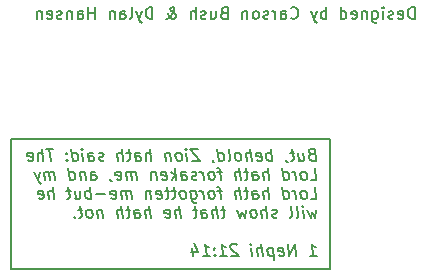
<source format=gbo>
G04 #@! TF.GenerationSoftware,KiCad,Pcbnew,7.0.8*
G04 #@! TF.CreationDate,2023-11-10T17:37:59-07:00*
G04 #@! TF.ProjectId,longmon-hatt,6c6f6e67-6d6f-46e2-9d68-6174742e6b69,rev?*
G04 #@! TF.SameCoordinates,Original*
G04 #@! TF.FileFunction,Legend,Bot*
G04 #@! TF.FilePolarity,Positive*
%FSLAX46Y46*%
G04 Gerber Fmt 4.6, Leading zero omitted, Abs format (unit mm)*
G04 Created by KiCad (PCBNEW 7.0.8) date 2023-11-10 17:37:59*
%MOMM*%
%LPD*%
G01*
G04 APERTURE LIST*
%ADD10C,0.153000*%
%ADD11C,0.150000*%
%ADD12C,3.240000*%
%ADD13C,1.524000*%
%ADD14C,3.000000*%
%ADD15C,1.540000*%
G04 APERTURE END LIST*
D10*
X188661247Y-81869663D02*
X188661247Y-80869663D01*
X188661247Y-80869663D02*
X188423152Y-80869663D01*
X188423152Y-80869663D02*
X188280295Y-80917282D01*
X188280295Y-80917282D02*
X188185057Y-81012520D01*
X188185057Y-81012520D02*
X188137438Y-81107758D01*
X188137438Y-81107758D02*
X188089819Y-81298234D01*
X188089819Y-81298234D02*
X188089819Y-81441091D01*
X188089819Y-81441091D02*
X188137438Y-81631567D01*
X188137438Y-81631567D02*
X188185057Y-81726805D01*
X188185057Y-81726805D02*
X188280295Y-81822044D01*
X188280295Y-81822044D02*
X188423152Y-81869663D01*
X188423152Y-81869663D02*
X188661247Y-81869663D01*
X187280295Y-81822044D02*
X187375533Y-81869663D01*
X187375533Y-81869663D02*
X187566009Y-81869663D01*
X187566009Y-81869663D02*
X187661247Y-81822044D01*
X187661247Y-81822044D02*
X187708866Y-81726805D01*
X187708866Y-81726805D02*
X187708866Y-81345853D01*
X187708866Y-81345853D02*
X187661247Y-81250615D01*
X187661247Y-81250615D02*
X187566009Y-81202996D01*
X187566009Y-81202996D02*
X187375533Y-81202996D01*
X187375533Y-81202996D02*
X187280295Y-81250615D01*
X187280295Y-81250615D02*
X187232676Y-81345853D01*
X187232676Y-81345853D02*
X187232676Y-81441091D01*
X187232676Y-81441091D02*
X187708866Y-81536329D01*
X186851723Y-81822044D02*
X186756485Y-81869663D01*
X186756485Y-81869663D02*
X186566009Y-81869663D01*
X186566009Y-81869663D02*
X186470771Y-81822044D01*
X186470771Y-81822044D02*
X186423152Y-81726805D01*
X186423152Y-81726805D02*
X186423152Y-81679186D01*
X186423152Y-81679186D02*
X186470771Y-81583948D01*
X186470771Y-81583948D02*
X186566009Y-81536329D01*
X186566009Y-81536329D02*
X186708866Y-81536329D01*
X186708866Y-81536329D02*
X186804104Y-81488710D01*
X186804104Y-81488710D02*
X186851723Y-81393472D01*
X186851723Y-81393472D02*
X186851723Y-81345853D01*
X186851723Y-81345853D02*
X186804104Y-81250615D01*
X186804104Y-81250615D02*
X186708866Y-81202996D01*
X186708866Y-81202996D02*
X186566009Y-81202996D01*
X186566009Y-81202996D02*
X186470771Y-81250615D01*
X185994580Y-81869663D02*
X185994580Y-81202996D01*
X185994580Y-80869663D02*
X186042199Y-80917282D01*
X186042199Y-80917282D02*
X185994580Y-80964901D01*
X185994580Y-80964901D02*
X185946961Y-80917282D01*
X185946961Y-80917282D02*
X185994580Y-80869663D01*
X185994580Y-80869663D02*
X185994580Y-80964901D01*
X185089819Y-81202996D02*
X185089819Y-82012520D01*
X185089819Y-82012520D02*
X185137438Y-82107758D01*
X185137438Y-82107758D02*
X185185057Y-82155377D01*
X185185057Y-82155377D02*
X185280295Y-82202996D01*
X185280295Y-82202996D02*
X185423152Y-82202996D01*
X185423152Y-82202996D02*
X185518390Y-82155377D01*
X185089819Y-81822044D02*
X185185057Y-81869663D01*
X185185057Y-81869663D02*
X185375533Y-81869663D01*
X185375533Y-81869663D02*
X185470771Y-81822044D01*
X185470771Y-81822044D02*
X185518390Y-81774424D01*
X185518390Y-81774424D02*
X185566009Y-81679186D01*
X185566009Y-81679186D02*
X185566009Y-81393472D01*
X185566009Y-81393472D02*
X185518390Y-81298234D01*
X185518390Y-81298234D02*
X185470771Y-81250615D01*
X185470771Y-81250615D02*
X185375533Y-81202996D01*
X185375533Y-81202996D02*
X185185057Y-81202996D01*
X185185057Y-81202996D02*
X185089819Y-81250615D01*
X184613628Y-81202996D02*
X184613628Y-81869663D01*
X184613628Y-81298234D02*
X184566009Y-81250615D01*
X184566009Y-81250615D02*
X184470771Y-81202996D01*
X184470771Y-81202996D02*
X184327914Y-81202996D01*
X184327914Y-81202996D02*
X184232676Y-81250615D01*
X184232676Y-81250615D02*
X184185057Y-81345853D01*
X184185057Y-81345853D02*
X184185057Y-81869663D01*
X183327914Y-81822044D02*
X183423152Y-81869663D01*
X183423152Y-81869663D02*
X183613628Y-81869663D01*
X183613628Y-81869663D02*
X183708866Y-81822044D01*
X183708866Y-81822044D02*
X183756485Y-81726805D01*
X183756485Y-81726805D02*
X183756485Y-81345853D01*
X183756485Y-81345853D02*
X183708866Y-81250615D01*
X183708866Y-81250615D02*
X183613628Y-81202996D01*
X183613628Y-81202996D02*
X183423152Y-81202996D01*
X183423152Y-81202996D02*
X183327914Y-81250615D01*
X183327914Y-81250615D02*
X183280295Y-81345853D01*
X183280295Y-81345853D02*
X183280295Y-81441091D01*
X183280295Y-81441091D02*
X183756485Y-81536329D01*
X182423152Y-81869663D02*
X182423152Y-80869663D01*
X182423152Y-81822044D02*
X182518390Y-81869663D01*
X182518390Y-81869663D02*
X182708866Y-81869663D01*
X182708866Y-81869663D02*
X182804104Y-81822044D01*
X182804104Y-81822044D02*
X182851723Y-81774424D01*
X182851723Y-81774424D02*
X182899342Y-81679186D01*
X182899342Y-81679186D02*
X182899342Y-81393472D01*
X182899342Y-81393472D02*
X182851723Y-81298234D01*
X182851723Y-81298234D02*
X182804104Y-81250615D01*
X182804104Y-81250615D02*
X182708866Y-81202996D01*
X182708866Y-81202996D02*
X182518390Y-81202996D01*
X182518390Y-81202996D02*
X182423152Y-81250615D01*
X181185056Y-81869663D02*
X181185056Y-80869663D01*
X181185056Y-81250615D02*
X181089818Y-81202996D01*
X181089818Y-81202996D02*
X180899342Y-81202996D01*
X180899342Y-81202996D02*
X180804104Y-81250615D01*
X180804104Y-81250615D02*
X180756485Y-81298234D01*
X180756485Y-81298234D02*
X180708866Y-81393472D01*
X180708866Y-81393472D02*
X180708866Y-81679186D01*
X180708866Y-81679186D02*
X180756485Y-81774424D01*
X180756485Y-81774424D02*
X180804104Y-81822044D01*
X180804104Y-81822044D02*
X180899342Y-81869663D01*
X180899342Y-81869663D02*
X181089818Y-81869663D01*
X181089818Y-81869663D02*
X181185056Y-81822044D01*
X180375532Y-81202996D02*
X180137437Y-81869663D01*
X179899342Y-81202996D02*
X180137437Y-81869663D01*
X180137437Y-81869663D02*
X180232675Y-82107758D01*
X180232675Y-82107758D02*
X180280294Y-82155377D01*
X180280294Y-82155377D02*
X180375532Y-82202996D01*
X178185056Y-81774424D02*
X178232675Y-81822044D01*
X178232675Y-81822044D02*
X178375532Y-81869663D01*
X178375532Y-81869663D02*
X178470770Y-81869663D01*
X178470770Y-81869663D02*
X178613627Y-81822044D01*
X178613627Y-81822044D02*
X178708865Y-81726805D01*
X178708865Y-81726805D02*
X178756484Y-81631567D01*
X178756484Y-81631567D02*
X178804103Y-81441091D01*
X178804103Y-81441091D02*
X178804103Y-81298234D01*
X178804103Y-81298234D02*
X178756484Y-81107758D01*
X178756484Y-81107758D02*
X178708865Y-81012520D01*
X178708865Y-81012520D02*
X178613627Y-80917282D01*
X178613627Y-80917282D02*
X178470770Y-80869663D01*
X178470770Y-80869663D02*
X178375532Y-80869663D01*
X178375532Y-80869663D02*
X178232675Y-80917282D01*
X178232675Y-80917282D02*
X178185056Y-80964901D01*
X177327913Y-81869663D02*
X177327913Y-81345853D01*
X177327913Y-81345853D02*
X177375532Y-81250615D01*
X177375532Y-81250615D02*
X177470770Y-81202996D01*
X177470770Y-81202996D02*
X177661246Y-81202996D01*
X177661246Y-81202996D02*
X177756484Y-81250615D01*
X177327913Y-81822044D02*
X177423151Y-81869663D01*
X177423151Y-81869663D02*
X177661246Y-81869663D01*
X177661246Y-81869663D02*
X177756484Y-81822044D01*
X177756484Y-81822044D02*
X177804103Y-81726805D01*
X177804103Y-81726805D02*
X177804103Y-81631567D01*
X177804103Y-81631567D02*
X177756484Y-81536329D01*
X177756484Y-81536329D02*
X177661246Y-81488710D01*
X177661246Y-81488710D02*
X177423151Y-81488710D01*
X177423151Y-81488710D02*
X177327913Y-81441091D01*
X176851722Y-81869663D02*
X176851722Y-81202996D01*
X176851722Y-81393472D02*
X176804103Y-81298234D01*
X176804103Y-81298234D02*
X176756484Y-81250615D01*
X176756484Y-81250615D02*
X176661246Y-81202996D01*
X176661246Y-81202996D02*
X176566008Y-81202996D01*
X176280293Y-81822044D02*
X176185055Y-81869663D01*
X176185055Y-81869663D02*
X175994579Y-81869663D01*
X175994579Y-81869663D02*
X175899341Y-81822044D01*
X175899341Y-81822044D02*
X175851722Y-81726805D01*
X175851722Y-81726805D02*
X175851722Y-81679186D01*
X175851722Y-81679186D02*
X175899341Y-81583948D01*
X175899341Y-81583948D02*
X175994579Y-81536329D01*
X175994579Y-81536329D02*
X176137436Y-81536329D01*
X176137436Y-81536329D02*
X176232674Y-81488710D01*
X176232674Y-81488710D02*
X176280293Y-81393472D01*
X176280293Y-81393472D02*
X176280293Y-81345853D01*
X176280293Y-81345853D02*
X176232674Y-81250615D01*
X176232674Y-81250615D02*
X176137436Y-81202996D01*
X176137436Y-81202996D02*
X175994579Y-81202996D01*
X175994579Y-81202996D02*
X175899341Y-81250615D01*
X175280293Y-81869663D02*
X175375531Y-81822044D01*
X175375531Y-81822044D02*
X175423150Y-81774424D01*
X175423150Y-81774424D02*
X175470769Y-81679186D01*
X175470769Y-81679186D02*
X175470769Y-81393472D01*
X175470769Y-81393472D02*
X175423150Y-81298234D01*
X175423150Y-81298234D02*
X175375531Y-81250615D01*
X175375531Y-81250615D02*
X175280293Y-81202996D01*
X175280293Y-81202996D02*
X175137436Y-81202996D01*
X175137436Y-81202996D02*
X175042198Y-81250615D01*
X175042198Y-81250615D02*
X174994579Y-81298234D01*
X174994579Y-81298234D02*
X174946960Y-81393472D01*
X174946960Y-81393472D02*
X174946960Y-81679186D01*
X174946960Y-81679186D02*
X174994579Y-81774424D01*
X174994579Y-81774424D02*
X175042198Y-81822044D01*
X175042198Y-81822044D02*
X175137436Y-81869663D01*
X175137436Y-81869663D02*
X175280293Y-81869663D01*
X174518388Y-81202996D02*
X174518388Y-81869663D01*
X174518388Y-81298234D02*
X174470769Y-81250615D01*
X174470769Y-81250615D02*
X174375531Y-81202996D01*
X174375531Y-81202996D02*
X174232674Y-81202996D01*
X174232674Y-81202996D02*
X174137436Y-81250615D01*
X174137436Y-81250615D02*
X174089817Y-81345853D01*
X174089817Y-81345853D02*
X174089817Y-81869663D01*
X172518388Y-81345853D02*
X172375531Y-81393472D01*
X172375531Y-81393472D02*
X172327912Y-81441091D01*
X172327912Y-81441091D02*
X172280293Y-81536329D01*
X172280293Y-81536329D02*
X172280293Y-81679186D01*
X172280293Y-81679186D02*
X172327912Y-81774424D01*
X172327912Y-81774424D02*
X172375531Y-81822044D01*
X172375531Y-81822044D02*
X172470769Y-81869663D01*
X172470769Y-81869663D02*
X172851721Y-81869663D01*
X172851721Y-81869663D02*
X172851721Y-80869663D01*
X172851721Y-80869663D02*
X172518388Y-80869663D01*
X172518388Y-80869663D02*
X172423150Y-80917282D01*
X172423150Y-80917282D02*
X172375531Y-80964901D01*
X172375531Y-80964901D02*
X172327912Y-81060139D01*
X172327912Y-81060139D02*
X172327912Y-81155377D01*
X172327912Y-81155377D02*
X172375531Y-81250615D01*
X172375531Y-81250615D02*
X172423150Y-81298234D01*
X172423150Y-81298234D02*
X172518388Y-81345853D01*
X172518388Y-81345853D02*
X172851721Y-81345853D01*
X171423150Y-81202996D02*
X171423150Y-81869663D01*
X171851721Y-81202996D02*
X171851721Y-81726805D01*
X171851721Y-81726805D02*
X171804102Y-81822044D01*
X171804102Y-81822044D02*
X171708864Y-81869663D01*
X171708864Y-81869663D02*
X171566007Y-81869663D01*
X171566007Y-81869663D02*
X171470769Y-81822044D01*
X171470769Y-81822044D02*
X171423150Y-81774424D01*
X170994578Y-81822044D02*
X170899340Y-81869663D01*
X170899340Y-81869663D02*
X170708864Y-81869663D01*
X170708864Y-81869663D02*
X170613626Y-81822044D01*
X170613626Y-81822044D02*
X170566007Y-81726805D01*
X170566007Y-81726805D02*
X170566007Y-81679186D01*
X170566007Y-81679186D02*
X170613626Y-81583948D01*
X170613626Y-81583948D02*
X170708864Y-81536329D01*
X170708864Y-81536329D02*
X170851721Y-81536329D01*
X170851721Y-81536329D02*
X170946959Y-81488710D01*
X170946959Y-81488710D02*
X170994578Y-81393472D01*
X170994578Y-81393472D02*
X170994578Y-81345853D01*
X170994578Y-81345853D02*
X170946959Y-81250615D01*
X170946959Y-81250615D02*
X170851721Y-81202996D01*
X170851721Y-81202996D02*
X170708864Y-81202996D01*
X170708864Y-81202996D02*
X170613626Y-81250615D01*
X170137435Y-81869663D02*
X170137435Y-80869663D01*
X169708864Y-81869663D02*
X169708864Y-81345853D01*
X169708864Y-81345853D02*
X169756483Y-81250615D01*
X169756483Y-81250615D02*
X169851721Y-81202996D01*
X169851721Y-81202996D02*
X169994578Y-81202996D01*
X169994578Y-81202996D02*
X170089816Y-81250615D01*
X170089816Y-81250615D02*
X170137435Y-81298234D01*
X167661244Y-81869663D02*
X167708864Y-81869663D01*
X167708864Y-81869663D02*
X167804102Y-81822044D01*
X167804102Y-81822044D02*
X167946959Y-81679186D01*
X167946959Y-81679186D02*
X168185054Y-81393472D01*
X168185054Y-81393472D02*
X168280292Y-81250615D01*
X168280292Y-81250615D02*
X168327911Y-81107758D01*
X168327911Y-81107758D02*
X168327911Y-81012520D01*
X168327911Y-81012520D02*
X168280292Y-80917282D01*
X168280292Y-80917282D02*
X168185054Y-80869663D01*
X168185054Y-80869663D02*
X168137435Y-80869663D01*
X168137435Y-80869663D02*
X168042197Y-80917282D01*
X168042197Y-80917282D02*
X167994578Y-81012520D01*
X167994578Y-81012520D02*
X167994578Y-81060139D01*
X167994578Y-81060139D02*
X168042197Y-81155377D01*
X168042197Y-81155377D02*
X168089816Y-81202996D01*
X168089816Y-81202996D02*
X168375530Y-81393472D01*
X168375530Y-81393472D02*
X168423149Y-81441091D01*
X168423149Y-81441091D02*
X168470768Y-81536329D01*
X168470768Y-81536329D02*
X168470768Y-81679186D01*
X168470768Y-81679186D02*
X168423149Y-81774424D01*
X168423149Y-81774424D02*
X168375530Y-81822044D01*
X168375530Y-81822044D02*
X168280292Y-81869663D01*
X168280292Y-81869663D02*
X168137435Y-81869663D01*
X168137435Y-81869663D02*
X168042197Y-81822044D01*
X168042197Y-81822044D02*
X167994578Y-81774424D01*
X167994578Y-81774424D02*
X167851721Y-81583948D01*
X167851721Y-81583948D02*
X167804102Y-81441091D01*
X167804102Y-81441091D02*
X167804102Y-81345853D01*
X166470768Y-81869663D02*
X166470768Y-80869663D01*
X166470768Y-80869663D02*
X166232673Y-80869663D01*
X166232673Y-80869663D02*
X166089816Y-80917282D01*
X166089816Y-80917282D02*
X165994578Y-81012520D01*
X165994578Y-81012520D02*
X165946959Y-81107758D01*
X165946959Y-81107758D02*
X165899340Y-81298234D01*
X165899340Y-81298234D02*
X165899340Y-81441091D01*
X165899340Y-81441091D02*
X165946959Y-81631567D01*
X165946959Y-81631567D02*
X165994578Y-81726805D01*
X165994578Y-81726805D02*
X166089816Y-81822044D01*
X166089816Y-81822044D02*
X166232673Y-81869663D01*
X166232673Y-81869663D02*
X166470768Y-81869663D01*
X165566006Y-81202996D02*
X165327911Y-81869663D01*
X165089816Y-81202996D02*
X165327911Y-81869663D01*
X165327911Y-81869663D02*
X165423149Y-82107758D01*
X165423149Y-82107758D02*
X165470768Y-82155377D01*
X165470768Y-82155377D02*
X165566006Y-82202996D01*
X164566006Y-81869663D02*
X164661244Y-81822044D01*
X164661244Y-81822044D02*
X164708863Y-81726805D01*
X164708863Y-81726805D02*
X164708863Y-80869663D01*
X163756482Y-81869663D02*
X163756482Y-81345853D01*
X163756482Y-81345853D02*
X163804101Y-81250615D01*
X163804101Y-81250615D02*
X163899339Y-81202996D01*
X163899339Y-81202996D02*
X164089815Y-81202996D01*
X164089815Y-81202996D02*
X164185053Y-81250615D01*
X163756482Y-81822044D02*
X163851720Y-81869663D01*
X163851720Y-81869663D02*
X164089815Y-81869663D01*
X164089815Y-81869663D02*
X164185053Y-81822044D01*
X164185053Y-81822044D02*
X164232672Y-81726805D01*
X164232672Y-81726805D02*
X164232672Y-81631567D01*
X164232672Y-81631567D02*
X164185053Y-81536329D01*
X164185053Y-81536329D02*
X164089815Y-81488710D01*
X164089815Y-81488710D02*
X163851720Y-81488710D01*
X163851720Y-81488710D02*
X163756482Y-81441091D01*
X163280291Y-81202996D02*
X163280291Y-81869663D01*
X163280291Y-81298234D02*
X163232672Y-81250615D01*
X163232672Y-81250615D02*
X163137434Y-81202996D01*
X163137434Y-81202996D02*
X162994577Y-81202996D01*
X162994577Y-81202996D02*
X162899339Y-81250615D01*
X162899339Y-81250615D02*
X162851720Y-81345853D01*
X162851720Y-81345853D02*
X162851720Y-81869663D01*
X161613624Y-81869663D02*
X161613624Y-80869663D01*
X161613624Y-81345853D02*
X161042196Y-81345853D01*
X161042196Y-81869663D02*
X161042196Y-80869663D01*
X160137434Y-81869663D02*
X160137434Y-81345853D01*
X160137434Y-81345853D02*
X160185053Y-81250615D01*
X160185053Y-81250615D02*
X160280291Y-81202996D01*
X160280291Y-81202996D02*
X160470767Y-81202996D01*
X160470767Y-81202996D02*
X160566005Y-81250615D01*
X160137434Y-81822044D02*
X160232672Y-81869663D01*
X160232672Y-81869663D02*
X160470767Y-81869663D01*
X160470767Y-81869663D02*
X160566005Y-81822044D01*
X160566005Y-81822044D02*
X160613624Y-81726805D01*
X160613624Y-81726805D02*
X160613624Y-81631567D01*
X160613624Y-81631567D02*
X160566005Y-81536329D01*
X160566005Y-81536329D02*
X160470767Y-81488710D01*
X160470767Y-81488710D02*
X160232672Y-81488710D01*
X160232672Y-81488710D02*
X160137434Y-81441091D01*
X159661243Y-81202996D02*
X159661243Y-81869663D01*
X159661243Y-81298234D02*
X159613624Y-81250615D01*
X159613624Y-81250615D02*
X159518386Y-81202996D01*
X159518386Y-81202996D02*
X159375529Y-81202996D01*
X159375529Y-81202996D02*
X159280291Y-81250615D01*
X159280291Y-81250615D02*
X159232672Y-81345853D01*
X159232672Y-81345853D02*
X159232672Y-81869663D01*
X158804100Y-81822044D02*
X158708862Y-81869663D01*
X158708862Y-81869663D02*
X158518386Y-81869663D01*
X158518386Y-81869663D02*
X158423148Y-81822044D01*
X158423148Y-81822044D02*
X158375529Y-81726805D01*
X158375529Y-81726805D02*
X158375529Y-81679186D01*
X158375529Y-81679186D02*
X158423148Y-81583948D01*
X158423148Y-81583948D02*
X158518386Y-81536329D01*
X158518386Y-81536329D02*
X158661243Y-81536329D01*
X158661243Y-81536329D02*
X158756481Y-81488710D01*
X158756481Y-81488710D02*
X158804100Y-81393472D01*
X158804100Y-81393472D02*
X158804100Y-81345853D01*
X158804100Y-81345853D02*
X158756481Y-81250615D01*
X158756481Y-81250615D02*
X158661243Y-81202996D01*
X158661243Y-81202996D02*
X158518386Y-81202996D01*
X158518386Y-81202996D02*
X158423148Y-81250615D01*
X157566005Y-81822044D02*
X157661243Y-81869663D01*
X157661243Y-81869663D02*
X157851719Y-81869663D01*
X157851719Y-81869663D02*
X157946957Y-81822044D01*
X157946957Y-81822044D02*
X157994576Y-81726805D01*
X157994576Y-81726805D02*
X157994576Y-81345853D01*
X157994576Y-81345853D02*
X157946957Y-81250615D01*
X157946957Y-81250615D02*
X157851719Y-81202996D01*
X157851719Y-81202996D02*
X157661243Y-81202996D01*
X157661243Y-81202996D02*
X157566005Y-81250615D01*
X157566005Y-81250615D02*
X157518386Y-81345853D01*
X157518386Y-81345853D02*
X157518386Y-81441091D01*
X157518386Y-81441091D02*
X157994576Y-81536329D01*
X157089814Y-81202996D02*
X157089814Y-81869663D01*
X157089814Y-81298234D02*
X157042195Y-81250615D01*
X157042195Y-81250615D02*
X156946957Y-81202996D01*
X156946957Y-81202996D02*
X156804100Y-81202996D01*
X156804100Y-81202996D02*
X156708862Y-81250615D01*
X156708862Y-81250615D02*
X156661243Y-81345853D01*
X156661243Y-81345853D02*
X156661243Y-81869663D01*
X179943390Y-93340853D02*
X179806485Y-93388472D01*
X179806485Y-93388472D02*
X179764819Y-93436091D01*
X179764819Y-93436091D02*
X179729104Y-93531329D01*
X179729104Y-93531329D02*
X179746962Y-93674186D01*
X179746962Y-93674186D02*
X179806485Y-93769424D01*
X179806485Y-93769424D02*
X179860057Y-93817044D01*
X179860057Y-93817044D02*
X179961247Y-93864663D01*
X179961247Y-93864663D02*
X180342200Y-93864663D01*
X180342200Y-93864663D02*
X180217200Y-92864663D01*
X180217200Y-92864663D02*
X179883866Y-92864663D01*
X179883866Y-92864663D02*
X179794581Y-92912282D01*
X179794581Y-92912282D02*
X179752914Y-92959901D01*
X179752914Y-92959901D02*
X179717200Y-93055139D01*
X179717200Y-93055139D02*
X179729104Y-93150377D01*
X179729104Y-93150377D02*
X179788628Y-93245615D01*
X179788628Y-93245615D02*
X179842200Y-93293234D01*
X179842200Y-93293234D02*
X179943390Y-93340853D01*
X179943390Y-93340853D02*
X180276723Y-93340853D01*
X178830295Y-93197996D02*
X178913628Y-93864663D01*
X179258866Y-93197996D02*
X179324343Y-93721805D01*
X179324343Y-93721805D02*
X179288628Y-93817044D01*
X179288628Y-93817044D02*
X179199343Y-93864663D01*
X179199343Y-93864663D02*
X179056485Y-93864663D01*
X179056485Y-93864663D02*
X178955295Y-93817044D01*
X178955295Y-93817044D02*
X178901723Y-93769424D01*
X178496961Y-93197996D02*
X178116009Y-93197996D01*
X178312438Y-92864663D02*
X178419581Y-93721805D01*
X178419581Y-93721805D02*
X178383866Y-93817044D01*
X178383866Y-93817044D02*
X178294581Y-93864663D01*
X178294581Y-93864663D02*
X178199342Y-93864663D01*
X177812437Y-93817044D02*
X177818390Y-93864663D01*
X177818390Y-93864663D02*
X177877913Y-93959901D01*
X177877913Y-93959901D02*
X177931485Y-94007520D01*
X176627914Y-93864663D02*
X176502914Y-92864663D01*
X176550533Y-93245615D02*
X176449342Y-93197996D01*
X176449342Y-93197996D02*
X176258866Y-93197996D01*
X176258866Y-93197996D02*
X176169580Y-93245615D01*
X176169580Y-93245615D02*
X176127914Y-93293234D01*
X176127914Y-93293234D02*
X176092199Y-93388472D01*
X176092199Y-93388472D02*
X176127914Y-93674186D01*
X176127914Y-93674186D02*
X176187437Y-93769424D01*
X176187437Y-93769424D02*
X176241009Y-93817044D01*
X176241009Y-93817044D02*
X176342199Y-93864663D01*
X176342199Y-93864663D02*
X176532676Y-93864663D01*
X176532676Y-93864663D02*
X176621961Y-93817044D01*
X175336247Y-93817044D02*
X175437437Y-93864663D01*
X175437437Y-93864663D02*
X175627914Y-93864663D01*
X175627914Y-93864663D02*
X175717199Y-93817044D01*
X175717199Y-93817044D02*
X175752914Y-93721805D01*
X175752914Y-93721805D02*
X175705295Y-93340853D01*
X175705295Y-93340853D02*
X175645771Y-93245615D01*
X175645771Y-93245615D02*
X175544580Y-93197996D01*
X175544580Y-93197996D02*
X175354104Y-93197996D01*
X175354104Y-93197996D02*
X175264818Y-93245615D01*
X175264818Y-93245615D02*
X175229104Y-93340853D01*
X175229104Y-93340853D02*
X175241009Y-93436091D01*
X175241009Y-93436091D02*
X175729104Y-93531329D01*
X174866009Y-93864663D02*
X174741009Y-92864663D01*
X174437437Y-93864663D02*
X174371961Y-93340853D01*
X174371961Y-93340853D02*
X174407675Y-93245615D01*
X174407675Y-93245615D02*
X174496961Y-93197996D01*
X174496961Y-93197996D02*
X174639818Y-93197996D01*
X174639818Y-93197996D02*
X174741009Y-93245615D01*
X174741009Y-93245615D02*
X174794580Y-93293234D01*
X173818390Y-93864663D02*
X173907675Y-93817044D01*
X173907675Y-93817044D02*
X173949342Y-93769424D01*
X173949342Y-93769424D02*
X173985056Y-93674186D01*
X173985056Y-93674186D02*
X173949342Y-93388472D01*
X173949342Y-93388472D02*
X173889818Y-93293234D01*
X173889818Y-93293234D02*
X173836247Y-93245615D01*
X173836247Y-93245615D02*
X173735056Y-93197996D01*
X173735056Y-93197996D02*
X173592199Y-93197996D01*
X173592199Y-93197996D02*
X173502913Y-93245615D01*
X173502913Y-93245615D02*
X173461247Y-93293234D01*
X173461247Y-93293234D02*
X173425532Y-93388472D01*
X173425532Y-93388472D02*
X173461247Y-93674186D01*
X173461247Y-93674186D02*
X173520770Y-93769424D01*
X173520770Y-93769424D02*
X173574342Y-93817044D01*
X173574342Y-93817044D02*
X173675532Y-93864663D01*
X173675532Y-93864663D02*
X173818390Y-93864663D01*
X172913628Y-93864663D02*
X173002913Y-93817044D01*
X173002913Y-93817044D02*
X173038628Y-93721805D01*
X173038628Y-93721805D02*
X172931485Y-92864663D01*
X172104103Y-93864663D02*
X171979103Y-92864663D01*
X172098151Y-93817044D02*
X172199341Y-93864663D01*
X172199341Y-93864663D02*
X172389818Y-93864663D01*
X172389818Y-93864663D02*
X172479103Y-93817044D01*
X172479103Y-93817044D02*
X172520770Y-93769424D01*
X172520770Y-93769424D02*
X172556484Y-93674186D01*
X172556484Y-93674186D02*
X172520770Y-93388472D01*
X172520770Y-93388472D02*
X172461246Y-93293234D01*
X172461246Y-93293234D02*
X172407675Y-93245615D01*
X172407675Y-93245615D02*
X172306484Y-93197996D01*
X172306484Y-93197996D02*
X172116008Y-93197996D01*
X172116008Y-93197996D02*
X172026722Y-93245615D01*
X171574341Y-93817044D02*
X171580294Y-93864663D01*
X171580294Y-93864663D02*
X171639817Y-93959901D01*
X171639817Y-93959901D02*
X171693389Y-94007520D01*
X170360056Y-92864663D02*
X169693389Y-92864663D01*
X169693389Y-92864663D02*
X170485056Y-93864663D01*
X170485056Y-93864663D02*
X169818389Y-93864663D01*
X169437437Y-93864663D02*
X169354103Y-93197996D01*
X169312437Y-92864663D02*
X169366008Y-92912282D01*
X169366008Y-92912282D02*
X169324341Y-92959901D01*
X169324341Y-92959901D02*
X169270770Y-92912282D01*
X169270770Y-92912282D02*
X169312437Y-92864663D01*
X169312437Y-92864663D02*
X169324341Y-92959901D01*
X168818390Y-93864663D02*
X168907675Y-93817044D01*
X168907675Y-93817044D02*
X168949342Y-93769424D01*
X168949342Y-93769424D02*
X168985056Y-93674186D01*
X168985056Y-93674186D02*
X168949342Y-93388472D01*
X168949342Y-93388472D02*
X168889818Y-93293234D01*
X168889818Y-93293234D02*
X168836247Y-93245615D01*
X168836247Y-93245615D02*
X168735056Y-93197996D01*
X168735056Y-93197996D02*
X168592199Y-93197996D01*
X168592199Y-93197996D02*
X168502913Y-93245615D01*
X168502913Y-93245615D02*
X168461247Y-93293234D01*
X168461247Y-93293234D02*
X168425532Y-93388472D01*
X168425532Y-93388472D02*
X168461247Y-93674186D01*
X168461247Y-93674186D02*
X168520770Y-93769424D01*
X168520770Y-93769424D02*
X168574342Y-93817044D01*
X168574342Y-93817044D02*
X168675532Y-93864663D01*
X168675532Y-93864663D02*
X168818390Y-93864663D01*
X167973151Y-93197996D02*
X168056485Y-93864663D01*
X167985056Y-93293234D02*
X167931485Y-93245615D01*
X167931485Y-93245615D02*
X167830294Y-93197996D01*
X167830294Y-93197996D02*
X167687437Y-93197996D01*
X167687437Y-93197996D02*
X167598151Y-93245615D01*
X167598151Y-93245615D02*
X167562437Y-93340853D01*
X167562437Y-93340853D02*
X167627913Y-93864663D01*
X166389818Y-93864663D02*
X166264818Y-92864663D01*
X165961246Y-93864663D02*
X165895770Y-93340853D01*
X165895770Y-93340853D02*
X165931484Y-93245615D01*
X165931484Y-93245615D02*
X166020770Y-93197996D01*
X166020770Y-93197996D02*
X166163627Y-93197996D01*
X166163627Y-93197996D02*
X166264818Y-93245615D01*
X166264818Y-93245615D02*
X166318389Y-93293234D01*
X165056484Y-93864663D02*
X164991008Y-93340853D01*
X164991008Y-93340853D02*
X165026722Y-93245615D01*
X165026722Y-93245615D02*
X165116008Y-93197996D01*
X165116008Y-93197996D02*
X165306484Y-93197996D01*
X165306484Y-93197996D02*
X165407675Y-93245615D01*
X165050532Y-93817044D02*
X165151722Y-93864663D01*
X165151722Y-93864663D02*
X165389818Y-93864663D01*
X165389818Y-93864663D02*
X165479103Y-93817044D01*
X165479103Y-93817044D02*
X165514818Y-93721805D01*
X165514818Y-93721805D02*
X165502913Y-93626567D01*
X165502913Y-93626567D02*
X165443389Y-93531329D01*
X165443389Y-93531329D02*
X165342199Y-93483710D01*
X165342199Y-93483710D02*
X165104103Y-93483710D01*
X165104103Y-93483710D02*
X165002913Y-93436091D01*
X164639817Y-93197996D02*
X164258865Y-93197996D01*
X164455294Y-92864663D02*
X164562437Y-93721805D01*
X164562437Y-93721805D02*
X164526722Y-93817044D01*
X164526722Y-93817044D02*
X164437437Y-93864663D01*
X164437437Y-93864663D02*
X164342198Y-93864663D01*
X164008865Y-93864663D02*
X163883865Y-92864663D01*
X163580293Y-93864663D02*
X163514817Y-93340853D01*
X163514817Y-93340853D02*
X163550531Y-93245615D01*
X163550531Y-93245615D02*
X163639817Y-93197996D01*
X163639817Y-93197996D02*
X163782674Y-93197996D01*
X163782674Y-93197996D02*
X163883865Y-93245615D01*
X163883865Y-93245615D02*
X163937436Y-93293234D01*
X162383864Y-93817044D02*
X162294579Y-93864663D01*
X162294579Y-93864663D02*
X162104102Y-93864663D01*
X162104102Y-93864663D02*
X162002912Y-93817044D01*
X162002912Y-93817044D02*
X161943388Y-93721805D01*
X161943388Y-93721805D02*
X161937436Y-93674186D01*
X161937436Y-93674186D02*
X161973150Y-93578948D01*
X161973150Y-93578948D02*
X162062436Y-93531329D01*
X162062436Y-93531329D02*
X162205293Y-93531329D01*
X162205293Y-93531329D02*
X162294579Y-93483710D01*
X162294579Y-93483710D02*
X162330293Y-93388472D01*
X162330293Y-93388472D02*
X162324341Y-93340853D01*
X162324341Y-93340853D02*
X162264817Y-93245615D01*
X162264817Y-93245615D02*
X162163626Y-93197996D01*
X162163626Y-93197996D02*
X162020769Y-93197996D01*
X162020769Y-93197996D02*
X161931483Y-93245615D01*
X161104102Y-93864663D02*
X161038626Y-93340853D01*
X161038626Y-93340853D02*
X161074340Y-93245615D01*
X161074340Y-93245615D02*
X161163626Y-93197996D01*
X161163626Y-93197996D02*
X161354102Y-93197996D01*
X161354102Y-93197996D02*
X161455293Y-93245615D01*
X161098150Y-93817044D02*
X161199340Y-93864663D01*
X161199340Y-93864663D02*
X161437436Y-93864663D01*
X161437436Y-93864663D02*
X161526721Y-93817044D01*
X161526721Y-93817044D02*
X161562436Y-93721805D01*
X161562436Y-93721805D02*
X161550531Y-93626567D01*
X161550531Y-93626567D02*
X161491007Y-93531329D01*
X161491007Y-93531329D02*
X161389817Y-93483710D01*
X161389817Y-93483710D02*
X161151721Y-93483710D01*
X161151721Y-93483710D02*
X161050531Y-93436091D01*
X160627912Y-93864663D02*
X160544578Y-93197996D01*
X160502912Y-92864663D02*
X160556483Y-92912282D01*
X160556483Y-92912282D02*
X160514816Y-92959901D01*
X160514816Y-92959901D02*
X160461245Y-92912282D01*
X160461245Y-92912282D02*
X160502912Y-92864663D01*
X160502912Y-92864663D02*
X160514816Y-92959901D01*
X159723150Y-93864663D02*
X159598150Y-92864663D01*
X159717198Y-93817044D02*
X159818388Y-93864663D01*
X159818388Y-93864663D02*
X160008865Y-93864663D01*
X160008865Y-93864663D02*
X160098150Y-93817044D01*
X160098150Y-93817044D02*
X160139817Y-93769424D01*
X160139817Y-93769424D02*
X160175531Y-93674186D01*
X160175531Y-93674186D02*
X160139817Y-93388472D01*
X160139817Y-93388472D02*
X160080293Y-93293234D01*
X160080293Y-93293234D02*
X160026722Y-93245615D01*
X160026722Y-93245615D02*
X159925531Y-93197996D01*
X159925531Y-93197996D02*
X159735055Y-93197996D01*
X159735055Y-93197996D02*
X159645769Y-93245615D01*
X159235055Y-93769424D02*
X159193388Y-93817044D01*
X159193388Y-93817044D02*
X159246960Y-93864663D01*
X159246960Y-93864663D02*
X159288626Y-93817044D01*
X159288626Y-93817044D02*
X159235055Y-93769424D01*
X159235055Y-93769424D02*
X159246960Y-93864663D01*
X159169579Y-93245615D02*
X159127912Y-93293234D01*
X159127912Y-93293234D02*
X159181483Y-93340853D01*
X159181483Y-93340853D02*
X159223150Y-93293234D01*
X159223150Y-93293234D02*
X159169579Y-93245615D01*
X159169579Y-93245615D02*
X159181483Y-93340853D01*
X158026722Y-92864663D02*
X157455293Y-92864663D01*
X157866008Y-93864663D02*
X157741008Y-92864663D01*
X157246960Y-93864663D02*
X157121960Y-92864663D01*
X156818388Y-93864663D02*
X156752912Y-93340853D01*
X156752912Y-93340853D02*
X156788626Y-93245615D01*
X156788626Y-93245615D02*
X156877912Y-93197996D01*
X156877912Y-93197996D02*
X157020769Y-93197996D01*
X157020769Y-93197996D02*
X157121960Y-93245615D01*
X157121960Y-93245615D02*
X157175531Y-93293234D01*
X155955293Y-93817044D02*
X156056483Y-93864663D01*
X156056483Y-93864663D02*
X156246960Y-93864663D01*
X156246960Y-93864663D02*
X156336245Y-93817044D01*
X156336245Y-93817044D02*
X156371960Y-93721805D01*
X156371960Y-93721805D02*
X156324341Y-93340853D01*
X156324341Y-93340853D02*
X156264817Y-93245615D01*
X156264817Y-93245615D02*
X156163626Y-93197996D01*
X156163626Y-93197996D02*
X155973150Y-93197996D01*
X155973150Y-93197996D02*
X155883864Y-93245615D01*
X155883864Y-93245615D02*
X155848150Y-93340853D01*
X155848150Y-93340853D02*
X155860055Y-93436091D01*
X155860055Y-93436091D02*
X156348150Y-93531329D01*
X179866009Y-95474663D02*
X180342200Y-95474663D01*
X180342200Y-95474663D02*
X180217200Y-94474663D01*
X179389819Y-95474663D02*
X179479104Y-95427044D01*
X179479104Y-95427044D02*
X179520771Y-95379424D01*
X179520771Y-95379424D02*
X179556485Y-95284186D01*
X179556485Y-95284186D02*
X179520771Y-94998472D01*
X179520771Y-94998472D02*
X179461247Y-94903234D01*
X179461247Y-94903234D02*
X179407676Y-94855615D01*
X179407676Y-94855615D02*
X179306485Y-94807996D01*
X179306485Y-94807996D02*
X179163628Y-94807996D01*
X179163628Y-94807996D02*
X179074342Y-94855615D01*
X179074342Y-94855615D02*
X179032676Y-94903234D01*
X179032676Y-94903234D02*
X178996961Y-94998472D01*
X178996961Y-94998472D02*
X179032676Y-95284186D01*
X179032676Y-95284186D02*
X179092199Y-95379424D01*
X179092199Y-95379424D02*
X179145771Y-95427044D01*
X179145771Y-95427044D02*
X179246961Y-95474663D01*
X179246961Y-95474663D02*
X179389819Y-95474663D01*
X178627914Y-95474663D02*
X178544580Y-94807996D01*
X178568390Y-94998472D02*
X178508866Y-94903234D01*
X178508866Y-94903234D02*
X178455295Y-94855615D01*
X178455295Y-94855615D02*
X178354104Y-94807996D01*
X178354104Y-94807996D02*
X178258866Y-94807996D01*
X177580294Y-95474663D02*
X177455294Y-94474663D01*
X177574342Y-95427044D02*
X177675532Y-95474663D01*
X177675532Y-95474663D02*
X177866009Y-95474663D01*
X177866009Y-95474663D02*
X177955294Y-95427044D01*
X177955294Y-95427044D02*
X177996961Y-95379424D01*
X177996961Y-95379424D02*
X178032675Y-95284186D01*
X178032675Y-95284186D02*
X177996961Y-94998472D01*
X177996961Y-94998472D02*
X177937437Y-94903234D01*
X177937437Y-94903234D02*
X177883866Y-94855615D01*
X177883866Y-94855615D02*
X177782675Y-94807996D01*
X177782675Y-94807996D02*
X177592199Y-94807996D01*
X177592199Y-94807996D02*
X177502913Y-94855615D01*
X176342199Y-95474663D02*
X176217199Y-94474663D01*
X175913627Y-95474663D02*
X175848151Y-94950853D01*
X175848151Y-94950853D02*
X175883865Y-94855615D01*
X175883865Y-94855615D02*
X175973151Y-94807996D01*
X175973151Y-94807996D02*
X176116008Y-94807996D01*
X176116008Y-94807996D02*
X176217199Y-94855615D01*
X176217199Y-94855615D02*
X176270770Y-94903234D01*
X175008865Y-95474663D02*
X174943389Y-94950853D01*
X174943389Y-94950853D02*
X174979103Y-94855615D01*
X174979103Y-94855615D02*
X175068389Y-94807996D01*
X175068389Y-94807996D02*
X175258865Y-94807996D01*
X175258865Y-94807996D02*
X175360056Y-94855615D01*
X175002913Y-95427044D02*
X175104103Y-95474663D01*
X175104103Y-95474663D02*
X175342199Y-95474663D01*
X175342199Y-95474663D02*
X175431484Y-95427044D01*
X175431484Y-95427044D02*
X175467199Y-95331805D01*
X175467199Y-95331805D02*
X175455294Y-95236567D01*
X175455294Y-95236567D02*
X175395770Y-95141329D01*
X175395770Y-95141329D02*
X175294580Y-95093710D01*
X175294580Y-95093710D02*
X175056484Y-95093710D01*
X175056484Y-95093710D02*
X174955294Y-95046091D01*
X174592198Y-94807996D02*
X174211246Y-94807996D01*
X174407675Y-94474663D02*
X174514818Y-95331805D01*
X174514818Y-95331805D02*
X174479103Y-95427044D01*
X174479103Y-95427044D02*
X174389818Y-95474663D01*
X174389818Y-95474663D02*
X174294579Y-95474663D01*
X173961246Y-95474663D02*
X173836246Y-94474663D01*
X173532674Y-95474663D02*
X173467198Y-94950853D01*
X173467198Y-94950853D02*
X173502912Y-94855615D01*
X173502912Y-94855615D02*
X173592198Y-94807996D01*
X173592198Y-94807996D02*
X173735055Y-94807996D01*
X173735055Y-94807996D02*
X173836246Y-94855615D01*
X173836246Y-94855615D02*
X173889817Y-94903234D01*
X172354102Y-94807996D02*
X171973150Y-94807996D01*
X172294579Y-95474663D02*
X172187436Y-94617520D01*
X172187436Y-94617520D02*
X172127912Y-94522282D01*
X172127912Y-94522282D02*
X172026722Y-94474663D01*
X172026722Y-94474663D02*
X171931483Y-94474663D01*
X171580293Y-95474663D02*
X171669578Y-95427044D01*
X171669578Y-95427044D02*
X171711245Y-95379424D01*
X171711245Y-95379424D02*
X171746959Y-95284186D01*
X171746959Y-95284186D02*
X171711245Y-94998472D01*
X171711245Y-94998472D02*
X171651721Y-94903234D01*
X171651721Y-94903234D02*
X171598150Y-94855615D01*
X171598150Y-94855615D02*
X171496959Y-94807996D01*
X171496959Y-94807996D02*
X171354102Y-94807996D01*
X171354102Y-94807996D02*
X171264816Y-94855615D01*
X171264816Y-94855615D02*
X171223150Y-94903234D01*
X171223150Y-94903234D02*
X171187435Y-94998472D01*
X171187435Y-94998472D02*
X171223150Y-95284186D01*
X171223150Y-95284186D02*
X171282673Y-95379424D01*
X171282673Y-95379424D02*
X171336245Y-95427044D01*
X171336245Y-95427044D02*
X171437435Y-95474663D01*
X171437435Y-95474663D02*
X171580293Y-95474663D01*
X170818388Y-95474663D02*
X170735054Y-94807996D01*
X170758864Y-94998472D02*
X170699340Y-94903234D01*
X170699340Y-94903234D02*
X170645769Y-94855615D01*
X170645769Y-94855615D02*
X170544578Y-94807996D01*
X170544578Y-94807996D02*
X170449340Y-94807996D01*
X170241006Y-95427044D02*
X170151721Y-95474663D01*
X170151721Y-95474663D02*
X169961244Y-95474663D01*
X169961244Y-95474663D02*
X169860054Y-95427044D01*
X169860054Y-95427044D02*
X169800530Y-95331805D01*
X169800530Y-95331805D02*
X169794578Y-95284186D01*
X169794578Y-95284186D02*
X169830292Y-95188948D01*
X169830292Y-95188948D02*
X169919578Y-95141329D01*
X169919578Y-95141329D02*
X170062435Y-95141329D01*
X170062435Y-95141329D02*
X170151721Y-95093710D01*
X170151721Y-95093710D02*
X170187435Y-94998472D01*
X170187435Y-94998472D02*
X170181483Y-94950853D01*
X170181483Y-94950853D02*
X170121959Y-94855615D01*
X170121959Y-94855615D02*
X170020768Y-94807996D01*
X170020768Y-94807996D02*
X169877911Y-94807996D01*
X169877911Y-94807996D02*
X169788625Y-94855615D01*
X168961244Y-95474663D02*
X168895768Y-94950853D01*
X168895768Y-94950853D02*
X168931482Y-94855615D01*
X168931482Y-94855615D02*
X169020768Y-94807996D01*
X169020768Y-94807996D02*
X169211244Y-94807996D01*
X169211244Y-94807996D02*
X169312435Y-94855615D01*
X168955292Y-95427044D02*
X169056482Y-95474663D01*
X169056482Y-95474663D02*
X169294578Y-95474663D01*
X169294578Y-95474663D02*
X169383863Y-95427044D01*
X169383863Y-95427044D02*
X169419578Y-95331805D01*
X169419578Y-95331805D02*
X169407673Y-95236567D01*
X169407673Y-95236567D02*
X169348149Y-95141329D01*
X169348149Y-95141329D02*
X169246959Y-95093710D01*
X169246959Y-95093710D02*
X169008863Y-95093710D01*
X169008863Y-95093710D02*
X168907673Y-95046091D01*
X168485054Y-95474663D02*
X168360054Y-94474663D01*
X168342197Y-95093710D02*
X168104101Y-95474663D01*
X168020768Y-94807996D02*
X168449339Y-95188948D01*
X167288625Y-95427044D02*
X167389815Y-95474663D01*
X167389815Y-95474663D02*
X167580292Y-95474663D01*
X167580292Y-95474663D02*
X167669577Y-95427044D01*
X167669577Y-95427044D02*
X167705292Y-95331805D01*
X167705292Y-95331805D02*
X167657673Y-94950853D01*
X167657673Y-94950853D02*
X167598149Y-94855615D01*
X167598149Y-94855615D02*
X167496958Y-94807996D01*
X167496958Y-94807996D02*
X167306482Y-94807996D01*
X167306482Y-94807996D02*
X167217196Y-94855615D01*
X167217196Y-94855615D02*
X167181482Y-94950853D01*
X167181482Y-94950853D02*
X167193387Y-95046091D01*
X167193387Y-95046091D02*
X167681482Y-95141329D01*
X166735053Y-94807996D02*
X166818387Y-95474663D01*
X166746958Y-94903234D02*
X166693387Y-94855615D01*
X166693387Y-94855615D02*
X166592196Y-94807996D01*
X166592196Y-94807996D02*
X166449339Y-94807996D01*
X166449339Y-94807996D02*
X166360053Y-94855615D01*
X166360053Y-94855615D02*
X166324339Y-94950853D01*
X166324339Y-94950853D02*
X166389815Y-95474663D01*
X165151720Y-95474663D02*
X165068386Y-94807996D01*
X165080291Y-94903234D02*
X165026720Y-94855615D01*
X165026720Y-94855615D02*
X164925529Y-94807996D01*
X164925529Y-94807996D02*
X164782672Y-94807996D01*
X164782672Y-94807996D02*
X164693386Y-94855615D01*
X164693386Y-94855615D02*
X164657672Y-94950853D01*
X164657672Y-94950853D02*
X164723148Y-95474663D01*
X164657672Y-94950853D02*
X164598148Y-94855615D01*
X164598148Y-94855615D02*
X164496958Y-94807996D01*
X164496958Y-94807996D02*
X164354101Y-94807996D01*
X164354101Y-94807996D02*
X164264815Y-94855615D01*
X164264815Y-94855615D02*
X164229101Y-94950853D01*
X164229101Y-94950853D02*
X164294577Y-95474663D01*
X163431482Y-95427044D02*
X163532672Y-95474663D01*
X163532672Y-95474663D02*
X163723149Y-95474663D01*
X163723149Y-95474663D02*
X163812434Y-95427044D01*
X163812434Y-95427044D02*
X163848149Y-95331805D01*
X163848149Y-95331805D02*
X163800530Y-94950853D01*
X163800530Y-94950853D02*
X163741006Y-94855615D01*
X163741006Y-94855615D02*
X163639815Y-94807996D01*
X163639815Y-94807996D02*
X163449339Y-94807996D01*
X163449339Y-94807996D02*
X163360053Y-94855615D01*
X163360053Y-94855615D02*
X163324339Y-94950853D01*
X163324339Y-94950853D02*
X163336244Y-95046091D01*
X163336244Y-95046091D02*
X163824339Y-95141329D01*
X162907672Y-95427044D02*
X162913625Y-95474663D01*
X162913625Y-95474663D02*
X162973148Y-95569901D01*
X162973148Y-95569901D02*
X163026720Y-95617520D01*
X161294577Y-95474663D02*
X161229101Y-94950853D01*
X161229101Y-94950853D02*
X161264815Y-94855615D01*
X161264815Y-94855615D02*
X161354101Y-94807996D01*
X161354101Y-94807996D02*
X161544577Y-94807996D01*
X161544577Y-94807996D02*
X161645768Y-94855615D01*
X161288625Y-95427044D02*
X161389815Y-95474663D01*
X161389815Y-95474663D02*
X161627911Y-95474663D01*
X161627911Y-95474663D02*
X161717196Y-95427044D01*
X161717196Y-95427044D02*
X161752911Y-95331805D01*
X161752911Y-95331805D02*
X161741006Y-95236567D01*
X161741006Y-95236567D02*
X161681482Y-95141329D01*
X161681482Y-95141329D02*
X161580292Y-95093710D01*
X161580292Y-95093710D02*
X161342196Y-95093710D01*
X161342196Y-95093710D02*
X161241006Y-95046091D01*
X160735053Y-94807996D02*
X160818387Y-95474663D01*
X160746958Y-94903234D02*
X160693387Y-94855615D01*
X160693387Y-94855615D02*
X160592196Y-94807996D01*
X160592196Y-94807996D02*
X160449339Y-94807996D01*
X160449339Y-94807996D02*
X160360053Y-94855615D01*
X160360053Y-94855615D02*
X160324339Y-94950853D01*
X160324339Y-94950853D02*
X160389815Y-95474663D01*
X159485053Y-95474663D02*
X159360053Y-94474663D01*
X159479101Y-95427044D02*
X159580291Y-95474663D01*
X159580291Y-95474663D02*
X159770768Y-95474663D01*
X159770768Y-95474663D02*
X159860053Y-95427044D01*
X159860053Y-95427044D02*
X159901720Y-95379424D01*
X159901720Y-95379424D02*
X159937434Y-95284186D01*
X159937434Y-95284186D02*
X159901720Y-94998472D01*
X159901720Y-94998472D02*
X159842196Y-94903234D01*
X159842196Y-94903234D02*
X159788625Y-94855615D01*
X159788625Y-94855615D02*
X159687434Y-94807996D01*
X159687434Y-94807996D02*
X159496958Y-94807996D01*
X159496958Y-94807996D02*
X159407672Y-94855615D01*
X158246958Y-95474663D02*
X158163624Y-94807996D01*
X158175529Y-94903234D02*
X158121958Y-94855615D01*
X158121958Y-94855615D02*
X158020767Y-94807996D01*
X158020767Y-94807996D02*
X157877910Y-94807996D01*
X157877910Y-94807996D02*
X157788624Y-94855615D01*
X157788624Y-94855615D02*
X157752910Y-94950853D01*
X157752910Y-94950853D02*
X157818386Y-95474663D01*
X157752910Y-94950853D02*
X157693386Y-94855615D01*
X157693386Y-94855615D02*
X157592196Y-94807996D01*
X157592196Y-94807996D02*
X157449339Y-94807996D01*
X157449339Y-94807996D02*
X157360053Y-94855615D01*
X157360053Y-94855615D02*
X157324339Y-94950853D01*
X157324339Y-94950853D02*
X157389815Y-95474663D01*
X156925529Y-94807996D02*
X156770768Y-95474663D01*
X156449339Y-94807996D02*
X156770768Y-95474663D01*
X156770768Y-95474663D02*
X156895768Y-95712758D01*
X156895768Y-95712758D02*
X156949339Y-95760377D01*
X156949339Y-95760377D02*
X157050529Y-95807996D01*
X179866009Y-97084663D02*
X180342200Y-97084663D01*
X180342200Y-97084663D02*
X180217200Y-96084663D01*
X179389819Y-97084663D02*
X179479104Y-97037044D01*
X179479104Y-97037044D02*
X179520771Y-96989424D01*
X179520771Y-96989424D02*
X179556485Y-96894186D01*
X179556485Y-96894186D02*
X179520771Y-96608472D01*
X179520771Y-96608472D02*
X179461247Y-96513234D01*
X179461247Y-96513234D02*
X179407676Y-96465615D01*
X179407676Y-96465615D02*
X179306485Y-96417996D01*
X179306485Y-96417996D02*
X179163628Y-96417996D01*
X179163628Y-96417996D02*
X179074342Y-96465615D01*
X179074342Y-96465615D02*
X179032676Y-96513234D01*
X179032676Y-96513234D02*
X178996961Y-96608472D01*
X178996961Y-96608472D02*
X179032676Y-96894186D01*
X179032676Y-96894186D02*
X179092199Y-96989424D01*
X179092199Y-96989424D02*
X179145771Y-97037044D01*
X179145771Y-97037044D02*
X179246961Y-97084663D01*
X179246961Y-97084663D02*
X179389819Y-97084663D01*
X178627914Y-97084663D02*
X178544580Y-96417996D01*
X178568390Y-96608472D02*
X178508866Y-96513234D01*
X178508866Y-96513234D02*
X178455295Y-96465615D01*
X178455295Y-96465615D02*
X178354104Y-96417996D01*
X178354104Y-96417996D02*
X178258866Y-96417996D01*
X177580294Y-97084663D02*
X177455294Y-96084663D01*
X177574342Y-97037044D02*
X177675532Y-97084663D01*
X177675532Y-97084663D02*
X177866009Y-97084663D01*
X177866009Y-97084663D02*
X177955294Y-97037044D01*
X177955294Y-97037044D02*
X177996961Y-96989424D01*
X177996961Y-96989424D02*
X178032675Y-96894186D01*
X178032675Y-96894186D02*
X177996961Y-96608472D01*
X177996961Y-96608472D02*
X177937437Y-96513234D01*
X177937437Y-96513234D02*
X177883866Y-96465615D01*
X177883866Y-96465615D02*
X177782675Y-96417996D01*
X177782675Y-96417996D02*
X177592199Y-96417996D01*
X177592199Y-96417996D02*
X177502913Y-96465615D01*
X176342199Y-97084663D02*
X176217199Y-96084663D01*
X175913627Y-97084663D02*
X175848151Y-96560853D01*
X175848151Y-96560853D02*
X175883865Y-96465615D01*
X175883865Y-96465615D02*
X175973151Y-96417996D01*
X175973151Y-96417996D02*
X176116008Y-96417996D01*
X176116008Y-96417996D02*
X176217199Y-96465615D01*
X176217199Y-96465615D02*
X176270770Y-96513234D01*
X175008865Y-97084663D02*
X174943389Y-96560853D01*
X174943389Y-96560853D02*
X174979103Y-96465615D01*
X174979103Y-96465615D02*
X175068389Y-96417996D01*
X175068389Y-96417996D02*
X175258865Y-96417996D01*
X175258865Y-96417996D02*
X175360056Y-96465615D01*
X175002913Y-97037044D02*
X175104103Y-97084663D01*
X175104103Y-97084663D02*
X175342199Y-97084663D01*
X175342199Y-97084663D02*
X175431484Y-97037044D01*
X175431484Y-97037044D02*
X175467199Y-96941805D01*
X175467199Y-96941805D02*
X175455294Y-96846567D01*
X175455294Y-96846567D02*
X175395770Y-96751329D01*
X175395770Y-96751329D02*
X175294580Y-96703710D01*
X175294580Y-96703710D02*
X175056484Y-96703710D01*
X175056484Y-96703710D02*
X174955294Y-96656091D01*
X174592198Y-96417996D02*
X174211246Y-96417996D01*
X174407675Y-96084663D02*
X174514818Y-96941805D01*
X174514818Y-96941805D02*
X174479103Y-97037044D01*
X174479103Y-97037044D02*
X174389818Y-97084663D01*
X174389818Y-97084663D02*
X174294579Y-97084663D01*
X173961246Y-97084663D02*
X173836246Y-96084663D01*
X173532674Y-97084663D02*
X173467198Y-96560853D01*
X173467198Y-96560853D02*
X173502912Y-96465615D01*
X173502912Y-96465615D02*
X173592198Y-96417996D01*
X173592198Y-96417996D02*
X173735055Y-96417996D01*
X173735055Y-96417996D02*
X173836246Y-96465615D01*
X173836246Y-96465615D02*
X173889817Y-96513234D01*
X172354102Y-96417996D02*
X171973150Y-96417996D01*
X172294579Y-97084663D02*
X172187436Y-96227520D01*
X172187436Y-96227520D02*
X172127912Y-96132282D01*
X172127912Y-96132282D02*
X172026722Y-96084663D01*
X172026722Y-96084663D02*
X171931483Y-96084663D01*
X171580293Y-97084663D02*
X171669578Y-97037044D01*
X171669578Y-97037044D02*
X171711245Y-96989424D01*
X171711245Y-96989424D02*
X171746959Y-96894186D01*
X171746959Y-96894186D02*
X171711245Y-96608472D01*
X171711245Y-96608472D02*
X171651721Y-96513234D01*
X171651721Y-96513234D02*
X171598150Y-96465615D01*
X171598150Y-96465615D02*
X171496959Y-96417996D01*
X171496959Y-96417996D02*
X171354102Y-96417996D01*
X171354102Y-96417996D02*
X171264816Y-96465615D01*
X171264816Y-96465615D02*
X171223150Y-96513234D01*
X171223150Y-96513234D02*
X171187435Y-96608472D01*
X171187435Y-96608472D02*
X171223150Y-96894186D01*
X171223150Y-96894186D02*
X171282673Y-96989424D01*
X171282673Y-96989424D02*
X171336245Y-97037044D01*
X171336245Y-97037044D02*
X171437435Y-97084663D01*
X171437435Y-97084663D02*
X171580293Y-97084663D01*
X170818388Y-97084663D02*
X170735054Y-96417996D01*
X170758864Y-96608472D02*
X170699340Y-96513234D01*
X170699340Y-96513234D02*
X170645769Y-96465615D01*
X170645769Y-96465615D02*
X170544578Y-96417996D01*
X170544578Y-96417996D02*
X170449340Y-96417996D01*
X169687435Y-96417996D02*
X169788625Y-97227520D01*
X169788625Y-97227520D02*
X169848149Y-97322758D01*
X169848149Y-97322758D02*
X169901721Y-97370377D01*
X169901721Y-97370377D02*
X170002911Y-97417996D01*
X170002911Y-97417996D02*
X170145768Y-97417996D01*
X170145768Y-97417996D02*
X170235054Y-97370377D01*
X169764816Y-97037044D02*
X169866006Y-97084663D01*
X169866006Y-97084663D02*
X170056483Y-97084663D01*
X170056483Y-97084663D02*
X170145768Y-97037044D01*
X170145768Y-97037044D02*
X170187435Y-96989424D01*
X170187435Y-96989424D02*
X170223149Y-96894186D01*
X170223149Y-96894186D02*
X170187435Y-96608472D01*
X170187435Y-96608472D02*
X170127911Y-96513234D01*
X170127911Y-96513234D02*
X170074340Y-96465615D01*
X170074340Y-96465615D02*
X169973149Y-96417996D01*
X169973149Y-96417996D02*
X169782673Y-96417996D01*
X169782673Y-96417996D02*
X169693387Y-96465615D01*
X169151721Y-97084663D02*
X169241006Y-97037044D01*
X169241006Y-97037044D02*
X169282673Y-96989424D01*
X169282673Y-96989424D02*
X169318387Y-96894186D01*
X169318387Y-96894186D02*
X169282673Y-96608472D01*
X169282673Y-96608472D02*
X169223149Y-96513234D01*
X169223149Y-96513234D02*
X169169578Y-96465615D01*
X169169578Y-96465615D02*
X169068387Y-96417996D01*
X169068387Y-96417996D02*
X168925530Y-96417996D01*
X168925530Y-96417996D02*
X168836244Y-96465615D01*
X168836244Y-96465615D02*
X168794578Y-96513234D01*
X168794578Y-96513234D02*
X168758863Y-96608472D01*
X168758863Y-96608472D02*
X168794578Y-96894186D01*
X168794578Y-96894186D02*
X168854101Y-96989424D01*
X168854101Y-96989424D02*
X168907673Y-97037044D01*
X168907673Y-97037044D02*
X169008863Y-97084663D01*
X169008863Y-97084663D02*
X169151721Y-97084663D01*
X168449339Y-96417996D02*
X168068387Y-96417996D01*
X168264816Y-96084663D02*
X168371959Y-96941805D01*
X168371959Y-96941805D02*
X168336244Y-97037044D01*
X168336244Y-97037044D02*
X168246959Y-97084663D01*
X168246959Y-97084663D02*
X168151720Y-97084663D01*
X167877910Y-96417996D02*
X167496958Y-96417996D01*
X167693387Y-96084663D02*
X167800530Y-96941805D01*
X167800530Y-96941805D02*
X167764815Y-97037044D01*
X167764815Y-97037044D02*
X167675530Y-97084663D01*
X167675530Y-97084663D02*
X167580291Y-97084663D01*
X166860053Y-97037044D02*
X166961243Y-97084663D01*
X166961243Y-97084663D02*
X167151720Y-97084663D01*
X167151720Y-97084663D02*
X167241005Y-97037044D01*
X167241005Y-97037044D02*
X167276720Y-96941805D01*
X167276720Y-96941805D02*
X167229101Y-96560853D01*
X167229101Y-96560853D02*
X167169577Y-96465615D01*
X167169577Y-96465615D02*
X167068386Y-96417996D01*
X167068386Y-96417996D02*
X166877910Y-96417996D01*
X166877910Y-96417996D02*
X166788624Y-96465615D01*
X166788624Y-96465615D02*
X166752910Y-96560853D01*
X166752910Y-96560853D02*
X166764815Y-96656091D01*
X166764815Y-96656091D02*
X167252910Y-96751329D01*
X166306481Y-96417996D02*
X166389815Y-97084663D01*
X166318386Y-96513234D02*
X166264815Y-96465615D01*
X166264815Y-96465615D02*
X166163624Y-96417996D01*
X166163624Y-96417996D02*
X166020767Y-96417996D01*
X166020767Y-96417996D02*
X165931481Y-96465615D01*
X165931481Y-96465615D02*
X165895767Y-96560853D01*
X165895767Y-96560853D02*
X165961243Y-97084663D01*
X164723148Y-97084663D02*
X164639814Y-96417996D01*
X164651719Y-96513234D02*
X164598148Y-96465615D01*
X164598148Y-96465615D02*
X164496957Y-96417996D01*
X164496957Y-96417996D02*
X164354100Y-96417996D01*
X164354100Y-96417996D02*
X164264814Y-96465615D01*
X164264814Y-96465615D02*
X164229100Y-96560853D01*
X164229100Y-96560853D02*
X164294576Y-97084663D01*
X164229100Y-96560853D02*
X164169576Y-96465615D01*
X164169576Y-96465615D02*
X164068386Y-96417996D01*
X164068386Y-96417996D02*
X163925529Y-96417996D01*
X163925529Y-96417996D02*
X163836243Y-96465615D01*
X163836243Y-96465615D02*
X163800529Y-96560853D01*
X163800529Y-96560853D02*
X163866005Y-97084663D01*
X163002910Y-97037044D02*
X163104100Y-97084663D01*
X163104100Y-97084663D02*
X163294577Y-97084663D01*
X163294577Y-97084663D02*
X163383862Y-97037044D01*
X163383862Y-97037044D02*
X163419577Y-96941805D01*
X163419577Y-96941805D02*
X163371958Y-96560853D01*
X163371958Y-96560853D02*
X163312434Y-96465615D01*
X163312434Y-96465615D02*
X163211243Y-96417996D01*
X163211243Y-96417996D02*
X163020767Y-96417996D01*
X163020767Y-96417996D02*
X162931481Y-96465615D01*
X162931481Y-96465615D02*
X162895767Y-96560853D01*
X162895767Y-96560853D02*
X162907672Y-96656091D01*
X162907672Y-96656091D02*
X163395767Y-96751329D01*
X162485053Y-96703710D02*
X161723148Y-96703710D01*
X161294577Y-97084663D02*
X161169577Y-96084663D01*
X161217196Y-96465615D02*
X161116005Y-96417996D01*
X161116005Y-96417996D02*
X160925529Y-96417996D01*
X160925529Y-96417996D02*
X160836243Y-96465615D01*
X160836243Y-96465615D02*
X160794577Y-96513234D01*
X160794577Y-96513234D02*
X160758862Y-96608472D01*
X160758862Y-96608472D02*
X160794577Y-96894186D01*
X160794577Y-96894186D02*
X160854100Y-96989424D01*
X160854100Y-96989424D02*
X160907672Y-97037044D01*
X160907672Y-97037044D02*
X161008862Y-97084663D01*
X161008862Y-97084663D02*
X161199339Y-97084663D01*
X161199339Y-97084663D02*
X161288624Y-97037044D01*
X159877910Y-96417996D02*
X159961243Y-97084663D01*
X160306481Y-96417996D02*
X160371958Y-96941805D01*
X160371958Y-96941805D02*
X160336243Y-97037044D01*
X160336243Y-97037044D02*
X160246958Y-97084663D01*
X160246958Y-97084663D02*
X160104100Y-97084663D01*
X160104100Y-97084663D02*
X160002910Y-97037044D01*
X160002910Y-97037044D02*
X159949338Y-96989424D01*
X159544576Y-96417996D02*
X159163624Y-96417996D01*
X159360053Y-96084663D02*
X159467196Y-96941805D01*
X159467196Y-96941805D02*
X159431481Y-97037044D01*
X159431481Y-97037044D02*
X159342196Y-97084663D01*
X159342196Y-97084663D02*
X159246957Y-97084663D01*
X158151719Y-97084663D02*
X158026719Y-96084663D01*
X157723147Y-97084663D02*
X157657671Y-96560853D01*
X157657671Y-96560853D02*
X157693385Y-96465615D01*
X157693385Y-96465615D02*
X157782671Y-96417996D01*
X157782671Y-96417996D02*
X157925528Y-96417996D01*
X157925528Y-96417996D02*
X158026719Y-96465615D01*
X158026719Y-96465615D02*
X158080290Y-96513234D01*
X156860052Y-97037044D02*
X156961242Y-97084663D01*
X156961242Y-97084663D02*
X157151719Y-97084663D01*
X157151719Y-97084663D02*
X157241004Y-97037044D01*
X157241004Y-97037044D02*
X157276719Y-96941805D01*
X157276719Y-96941805D02*
X157229100Y-96560853D01*
X157229100Y-96560853D02*
X157169576Y-96465615D01*
X157169576Y-96465615D02*
X157068385Y-96417996D01*
X157068385Y-96417996D02*
X156877909Y-96417996D01*
X156877909Y-96417996D02*
X156788623Y-96465615D01*
X156788623Y-96465615D02*
X156752909Y-96560853D01*
X156752909Y-96560853D02*
X156764814Y-96656091D01*
X156764814Y-96656091D02*
X157252909Y-96751329D01*
X180354104Y-98027996D02*
X180246962Y-98694663D01*
X180246962Y-98694663D02*
X179996962Y-98218472D01*
X179996962Y-98218472D02*
X179866009Y-98694663D01*
X179866009Y-98694663D02*
X179592200Y-98027996D01*
X179294581Y-98694663D02*
X179211247Y-98027996D01*
X179169581Y-97694663D02*
X179223152Y-97742282D01*
X179223152Y-97742282D02*
X179181485Y-97789901D01*
X179181485Y-97789901D02*
X179127914Y-97742282D01*
X179127914Y-97742282D02*
X179169581Y-97694663D01*
X179169581Y-97694663D02*
X179181485Y-97789901D01*
X178675534Y-98694663D02*
X178764819Y-98647044D01*
X178764819Y-98647044D02*
X178800534Y-98551805D01*
X178800534Y-98551805D02*
X178693391Y-97694663D01*
X178151724Y-98694663D02*
X178241009Y-98647044D01*
X178241009Y-98647044D02*
X178276724Y-98551805D01*
X178276724Y-98551805D02*
X178169581Y-97694663D01*
X177050532Y-98647044D02*
X176961247Y-98694663D01*
X176961247Y-98694663D02*
X176770770Y-98694663D01*
X176770770Y-98694663D02*
X176669580Y-98647044D01*
X176669580Y-98647044D02*
X176610056Y-98551805D01*
X176610056Y-98551805D02*
X176604104Y-98504186D01*
X176604104Y-98504186D02*
X176639818Y-98408948D01*
X176639818Y-98408948D02*
X176729104Y-98361329D01*
X176729104Y-98361329D02*
X176871961Y-98361329D01*
X176871961Y-98361329D02*
X176961247Y-98313710D01*
X176961247Y-98313710D02*
X176996961Y-98218472D01*
X176996961Y-98218472D02*
X176991009Y-98170853D01*
X176991009Y-98170853D02*
X176931485Y-98075615D01*
X176931485Y-98075615D02*
X176830294Y-98027996D01*
X176830294Y-98027996D02*
X176687437Y-98027996D01*
X176687437Y-98027996D02*
X176598151Y-98075615D01*
X176199342Y-98694663D02*
X176074342Y-97694663D01*
X175770770Y-98694663D02*
X175705294Y-98170853D01*
X175705294Y-98170853D02*
X175741008Y-98075615D01*
X175741008Y-98075615D02*
X175830294Y-98027996D01*
X175830294Y-98027996D02*
X175973151Y-98027996D01*
X175973151Y-98027996D02*
X176074342Y-98075615D01*
X176074342Y-98075615D02*
X176127913Y-98123234D01*
X175151723Y-98694663D02*
X175241008Y-98647044D01*
X175241008Y-98647044D02*
X175282675Y-98599424D01*
X175282675Y-98599424D02*
X175318389Y-98504186D01*
X175318389Y-98504186D02*
X175282675Y-98218472D01*
X175282675Y-98218472D02*
X175223151Y-98123234D01*
X175223151Y-98123234D02*
X175169580Y-98075615D01*
X175169580Y-98075615D02*
X175068389Y-98027996D01*
X175068389Y-98027996D02*
X174925532Y-98027996D01*
X174925532Y-98027996D02*
X174836246Y-98075615D01*
X174836246Y-98075615D02*
X174794580Y-98123234D01*
X174794580Y-98123234D02*
X174758865Y-98218472D01*
X174758865Y-98218472D02*
X174794580Y-98504186D01*
X174794580Y-98504186D02*
X174854103Y-98599424D01*
X174854103Y-98599424D02*
X174907675Y-98647044D01*
X174907675Y-98647044D02*
X175008865Y-98694663D01*
X175008865Y-98694663D02*
X175151723Y-98694663D01*
X174401722Y-98027996D02*
X174294580Y-98694663D01*
X174294580Y-98694663D02*
X174044580Y-98218472D01*
X174044580Y-98218472D02*
X173913627Y-98694663D01*
X173913627Y-98694663D02*
X173639818Y-98027996D01*
X172639817Y-98027996D02*
X172258865Y-98027996D01*
X172455294Y-97694663D02*
X172562437Y-98551805D01*
X172562437Y-98551805D02*
X172526722Y-98647044D01*
X172526722Y-98647044D02*
X172437437Y-98694663D01*
X172437437Y-98694663D02*
X172342198Y-98694663D01*
X172008865Y-98694663D02*
X171883865Y-97694663D01*
X171580293Y-98694663D02*
X171514817Y-98170853D01*
X171514817Y-98170853D02*
X171550531Y-98075615D01*
X171550531Y-98075615D02*
X171639817Y-98027996D01*
X171639817Y-98027996D02*
X171782674Y-98027996D01*
X171782674Y-98027996D02*
X171883865Y-98075615D01*
X171883865Y-98075615D02*
X171937436Y-98123234D01*
X170675531Y-98694663D02*
X170610055Y-98170853D01*
X170610055Y-98170853D02*
X170645769Y-98075615D01*
X170645769Y-98075615D02*
X170735055Y-98027996D01*
X170735055Y-98027996D02*
X170925531Y-98027996D01*
X170925531Y-98027996D02*
X171026722Y-98075615D01*
X170669579Y-98647044D02*
X170770769Y-98694663D01*
X170770769Y-98694663D02*
X171008865Y-98694663D01*
X171008865Y-98694663D02*
X171098150Y-98647044D01*
X171098150Y-98647044D02*
X171133865Y-98551805D01*
X171133865Y-98551805D02*
X171121960Y-98456567D01*
X171121960Y-98456567D02*
X171062436Y-98361329D01*
X171062436Y-98361329D02*
X170961246Y-98313710D01*
X170961246Y-98313710D02*
X170723150Y-98313710D01*
X170723150Y-98313710D02*
X170621960Y-98266091D01*
X170258864Y-98027996D02*
X169877912Y-98027996D01*
X170074341Y-97694663D02*
X170181484Y-98551805D01*
X170181484Y-98551805D02*
X170145769Y-98647044D01*
X170145769Y-98647044D02*
X170056484Y-98694663D01*
X170056484Y-98694663D02*
X169961245Y-98694663D01*
X168866007Y-98694663D02*
X168741007Y-97694663D01*
X168437435Y-98694663D02*
X168371959Y-98170853D01*
X168371959Y-98170853D02*
X168407673Y-98075615D01*
X168407673Y-98075615D02*
X168496959Y-98027996D01*
X168496959Y-98027996D02*
X168639816Y-98027996D01*
X168639816Y-98027996D02*
X168741007Y-98075615D01*
X168741007Y-98075615D02*
X168794578Y-98123234D01*
X167574340Y-98647044D02*
X167675530Y-98694663D01*
X167675530Y-98694663D02*
X167866007Y-98694663D01*
X167866007Y-98694663D02*
X167955292Y-98647044D01*
X167955292Y-98647044D02*
X167991007Y-98551805D01*
X167991007Y-98551805D02*
X167943388Y-98170853D01*
X167943388Y-98170853D02*
X167883864Y-98075615D01*
X167883864Y-98075615D02*
X167782673Y-98027996D01*
X167782673Y-98027996D02*
X167592197Y-98027996D01*
X167592197Y-98027996D02*
X167502911Y-98075615D01*
X167502911Y-98075615D02*
X167467197Y-98170853D01*
X167467197Y-98170853D02*
X167479102Y-98266091D01*
X167479102Y-98266091D02*
X167967197Y-98361329D01*
X166342197Y-98694663D02*
X166217197Y-97694663D01*
X165913625Y-98694663D02*
X165848149Y-98170853D01*
X165848149Y-98170853D02*
X165883863Y-98075615D01*
X165883863Y-98075615D02*
X165973149Y-98027996D01*
X165973149Y-98027996D02*
X166116006Y-98027996D01*
X166116006Y-98027996D02*
X166217197Y-98075615D01*
X166217197Y-98075615D02*
X166270768Y-98123234D01*
X165008863Y-98694663D02*
X164943387Y-98170853D01*
X164943387Y-98170853D02*
X164979101Y-98075615D01*
X164979101Y-98075615D02*
X165068387Y-98027996D01*
X165068387Y-98027996D02*
X165258863Y-98027996D01*
X165258863Y-98027996D02*
X165360054Y-98075615D01*
X165002911Y-98647044D02*
X165104101Y-98694663D01*
X165104101Y-98694663D02*
X165342197Y-98694663D01*
X165342197Y-98694663D02*
X165431482Y-98647044D01*
X165431482Y-98647044D02*
X165467197Y-98551805D01*
X165467197Y-98551805D02*
X165455292Y-98456567D01*
X165455292Y-98456567D02*
X165395768Y-98361329D01*
X165395768Y-98361329D02*
X165294578Y-98313710D01*
X165294578Y-98313710D02*
X165056482Y-98313710D01*
X165056482Y-98313710D02*
X164955292Y-98266091D01*
X164592196Y-98027996D02*
X164211244Y-98027996D01*
X164407673Y-97694663D02*
X164514816Y-98551805D01*
X164514816Y-98551805D02*
X164479101Y-98647044D01*
X164479101Y-98647044D02*
X164389816Y-98694663D01*
X164389816Y-98694663D02*
X164294577Y-98694663D01*
X163961244Y-98694663D02*
X163836244Y-97694663D01*
X163532672Y-98694663D02*
X163467196Y-98170853D01*
X163467196Y-98170853D02*
X163502910Y-98075615D01*
X163502910Y-98075615D02*
X163592196Y-98027996D01*
X163592196Y-98027996D02*
X163735053Y-98027996D01*
X163735053Y-98027996D02*
X163836244Y-98075615D01*
X163836244Y-98075615D02*
X163889815Y-98123234D01*
X162211243Y-98027996D02*
X162294577Y-98694663D01*
X162223148Y-98123234D02*
X162169577Y-98075615D01*
X162169577Y-98075615D02*
X162068386Y-98027996D01*
X162068386Y-98027996D02*
X161925529Y-98027996D01*
X161925529Y-98027996D02*
X161836243Y-98075615D01*
X161836243Y-98075615D02*
X161800529Y-98170853D01*
X161800529Y-98170853D02*
X161866005Y-98694663D01*
X161246958Y-98694663D02*
X161336243Y-98647044D01*
X161336243Y-98647044D02*
X161377910Y-98599424D01*
X161377910Y-98599424D02*
X161413624Y-98504186D01*
X161413624Y-98504186D02*
X161377910Y-98218472D01*
X161377910Y-98218472D02*
X161318386Y-98123234D01*
X161318386Y-98123234D02*
X161264815Y-98075615D01*
X161264815Y-98075615D02*
X161163624Y-98027996D01*
X161163624Y-98027996D02*
X161020767Y-98027996D01*
X161020767Y-98027996D02*
X160931481Y-98075615D01*
X160931481Y-98075615D02*
X160889815Y-98123234D01*
X160889815Y-98123234D02*
X160854100Y-98218472D01*
X160854100Y-98218472D02*
X160889815Y-98504186D01*
X160889815Y-98504186D02*
X160949338Y-98599424D01*
X160949338Y-98599424D02*
X161002910Y-98647044D01*
X161002910Y-98647044D02*
X161104100Y-98694663D01*
X161104100Y-98694663D02*
X161246958Y-98694663D01*
X160544576Y-98027996D02*
X160163624Y-98027996D01*
X160360053Y-97694663D02*
X160467196Y-98551805D01*
X160467196Y-98551805D02*
X160431481Y-98647044D01*
X160431481Y-98647044D02*
X160342196Y-98694663D01*
X160342196Y-98694663D02*
X160246957Y-98694663D01*
X159901719Y-98599424D02*
X159860052Y-98647044D01*
X159860052Y-98647044D02*
X159913624Y-98694663D01*
X159913624Y-98694663D02*
X159955290Y-98647044D01*
X159955290Y-98647044D02*
X159901719Y-98599424D01*
X159901719Y-98599424D02*
X159913624Y-98694663D01*
X179818390Y-101914663D02*
X180389819Y-101914663D01*
X180104104Y-101914663D02*
X179979104Y-100914663D01*
X179979104Y-100914663D02*
X180092200Y-101057520D01*
X180092200Y-101057520D02*
X180199343Y-101152758D01*
X180199343Y-101152758D02*
X180300533Y-101200377D01*
X178627914Y-101914663D02*
X178502914Y-100914663D01*
X178502914Y-100914663D02*
X178056485Y-101914663D01*
X178056485Y-101914663D02*
X177931485Y-100914663D01*
X177193390Y-101867044D02*
X177294580Y-101914663D01*
X177294580Y-101914663D02*
X177485057Y-101914663D01*
X177485057Y-101914663D02*
X177574342Y-101867044D01*
X177574342Y-101867044D02*
X177610057Y-101771805D01*
X177610057Y-101771805D02*
X177562438Y-101390853D01*
X177562438Y-101390853D02*
X177502914Y-101295615D01*
X177502914Y-101295615D02*
X177401723Y-101247996D01*
X177401723Y-101247996D02*
X177211247Y-101247996D01*
X177211247Y-101247996D02*
X177121961Y-101295615D01*
X177121961Y-101295615D02*
X177086247Y-101390853D01*
X177086247Y-101390853D02*
X177098152Y-101486091D01*
X177098152Y-101486091D02*
X177586247Y-101581329D01*
X176639818Y-101247996D02*
X176764818Y-102247996D01*
X176645771Y-101295615D02*
X176544580Y-101247996D01*
X176544580Y-101247996D02*
X176354104Y-101247996D01*
X176354104Y-101247996D02*
X176264818Y-101295615D01*
X176264818Y-101295615D02*
X176223152Y-101343234D01*
X176223152Y-101343234D02*
X176187437Y-101438472D01*
X176187437Y-101438472D02*
X176223152Y-101724186D01*
X176223152Y-101724186D02*
X176282675Y-101819424D01*
X176282675Y-101819424D02*
X176336247Y-101867044D01*
X176336247Y-101867044D02*
X176437437Y-101914663D01*
X176437437Y-101914663D02*
X176627914Y-101914663D01*
X176627914Y-101914663D02*
X176717199Y-101867044D01*
X175818390Y-101914663D02*
X175693390Y-100914663D01*
X175389818Y-101914663D02*
X175324342Y-101390853D01*
X175324342Y-101390853D02*
X175360056Y-101295615D01*
X175360056Y-101295615D02*
X175449342Y-101247996D01*
X175449342Y-101247996D02*
X175592199Y-101247996D01*
X175592199Y-101247996D02*
X175693390Y-101295615D01*
X175693390Y-101295615D02*
X175746961Y-101343234D01*
X174913628Y-101914663D02*
X174830294Y-101247996D01*
X174788628Y-100914663D02*
X174842199Y-100962282D01*
X174842199Y-100962282D02*
X174800532Y-101009901D01*
X174800532Y-101009901D02*
X174746961Y-100962282D01*
X174746961Y-100962282D02*
X174788628Y-100914663D01*
X174788628Y-100914663D02*
X174800532Y-101009901D01*
X173610056Y-101009901D02*
X173556485Y-100962282D01*
X173556485Y-100962282D02*
X173455295Y-100914663D01*
X173455295Y-100914663D02*
X173217199Y-100914663D01*
X173217199Y-100914663D02*
X173127914Y-100962282D01*
X173127914Y-100962282D02*
X173086247Y-101009901D01*
X173086247Y-101009901D02*
X173050533Y-101105139D01*
X173050533Y-101105139D02*
X173062437Y-101200377D01*
X173062437Y-101200377D02*
X173127914Y-101343234D01*
X173127914Y-101343234D02*
X173770771Y-101914663D01*
X173770771Y-101914663D02*
X173151723Y-101914663D01*
X172199342Y-101914663D02*
X172770771Y-101914663D01*
X172485056Y-101914663D02*
X172360056Y-100914663D01*
X172360056Y-100914663D02*
X172473152Y-101057520D01*
X172473152Y-101057520D02*
X172580295Y-101152758D01*
X172580295Y-101152758D02*
X172681485Y-101200377D01*
X171758866Y-101819424D02*
X171717199Y-101867044D01*
X171717199Y-101867044D02*
X171770771Y-101914663D01*
X171770771Y-101914663D02*
X171812437Y-101867044D01*
X171812437Y-101867044D02*
X171758866Y-101819424D01*
X171758866Y-101819424D02*
X171770771Y-101914663D01*
X171693390Y-101295615D02*
X171651723Y-101343234D01*
X171651723Y-101343234D02*
X171705294Y-101390853D01*
X171705294Y-101390853D02*
X171746961Y-101343234D01*
X171746961Y-101343234D02*
X171693390Y-101295615D01*
X171693390Y-101295615D02*
X171705294Y-101390853D01*
X170770771Y-101914663D02*
X171342200Y-101914663D01*
X171056485Y-101914663D02*
X170931485Y-100914663D01*
X170931485Y-100914663D02*
X171044581Y-101057520D01*
X171044581Y-101057520D02*
X171151724Y-101152758D01*
X171151724Y-101152758D02*
X171252914Y-101200377D01*
X169830295Y-101247996D02*
X169913628Y-101914663D01*
X170020771Y-100867044D02*
X170348152Y-101581329D01*
X170348152Y-101581329D02*
X169729104Y-101581329D01*
D11*
X154500000Y-92000000D02*
X181500000Y-92000000D01*
X181500000Y-103000000D01*
X154500000Y-103000000D01*
X154500000Y-92000000D01*
%LPC*%
D12*
X146000000Y-111642000D03*
X192540000Y-111642000D03*
X146000000Y-88358000D03*
X192540000Y-88358000D03*
D13*
X185560000Y-87500000D03*
X152540000Y-112500000D03*
X155080000Y-112500000D03*
X150000000Y-112500000D03*
X157620000Y-112500000D03*
X160160000Y-112500000D03*
X162700000Y-112500000D03*
X165240000Y-112500000D03*
X167780000Y-112500000D03*
X170320000Y-112500000D03*
X172860000Y-112500000D03*
X175400000Y-112500000D03*
X177940000Y-112500000D03*
X180480000Y-112500000D03*
X180480000Y-87500000D03*
X177940000Y-87500000D03*
X175400000Y-87500000D03*
X172860000Y-87500000D03*
X170320000Y-87500000D03*
X167780000Y-87500000D03*
X165240000Y-87500000D03*
X150000000Y-87500000D03*
X162700000Y-87500000D03*
X152540000Y-87500000D03*
X157620000Y-87500000D03*
X155080000Y-87500000D03*
X160160000Y-87500000D03*
X183020000Y-112500000D03*
X183020000Y-87500000D03*
X185560000Y-112500000D03*
X135000000Y-90000000D03*
X135000000Y-92500000D03*
X135000000Y-95000000D03*
X135000000Y-97500000D03*
X135000000Y-100000000D03*
X135000000Y-102500000D03*
X131000000Y-92500000D03*
X131000000Y-95000000D03*
X131000000Y-90000000D03*
D14*
X139550000Y-81640000D03*
X139550000Y-111640000D03*
X192550000Y-81640000D03*
D15*
X139550000Y-87750000D03*
X139550000Y-90290000D03*
X139550000Y-92830000D03*
X139550000Y-95370000D03*
X139550000Y-97910000D03*
X139550000Y-100450000D03*
X139550000Y-102990000D03*
X139550000Y-105530000D03*
%LPD*%
M02*

</source>
